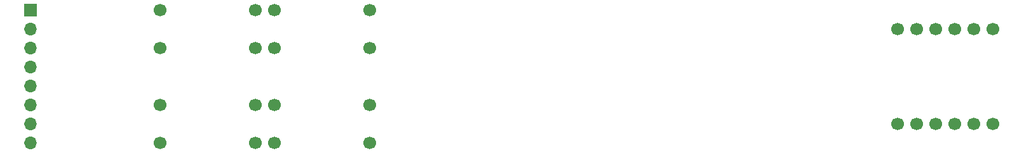
<source format=gbr>
%TF.GenerationSoftware,KiCad,Pcbnew,(6.0.9)*%
%TF.CreationDate,2023-11-02T17:09:57-06:00*%
%TF.ProjectId,MagicWand_Motherboard,4d616769-6357-4616-9e64-5f4d6f746865,rev?*%
%TF.SameCoordinates,Original*%
%TF.FileFunction,Soldermask,Top*%
%TF.FilePolarity,Negative*%
%FSLAX46Y46*%
G04 Gerber Fmt 4.6, Leading zero omitted, Abs format (unit mm)*
G04 Created by KiCad (PCBNEW (6.0.9)) date 2023-11-02 17:09:57*
%MOMM*%
%LPD*%
G01*
G04 APERTURE LIST*
%ADD10C,1.700000*%
%ADD11R,1.700000X1.700000*%
%ADD12O,1.700000X1.700000*%
G04 APERTURE END LIST*
D10*
%TO.C,SW2*%
X139954000Y-96012000D03*
X152654000Y-96012000D03*
X139954000Y-90932000D03*
X152654000Y-90932000D03*
%TD*%
%TO.C,SW3*%
X137414000Y-78232000D03*
X124714000Y-78232000D03*
X124714000Y-83312000D03*
X137414000Y-83312000D03*
%TD*%
%TO.C,SW1*%
X139954000Y-78232000D03*
X152654000Y-78232000D03*
X139954000Y-83312000D03*
X152654000Y-83312000D03*
%TD*%
%TO.C,SW4*%
X124714000Y-90932000D03*
X137414000Y-90932000D03*
X137414000Y-96012000D03*
X124714000Y-96012000D03*
%TD*%
%TO.C,U1*%
X235712000Y-93472000D03*
X233172000Y-93472000D03*
X230632000Y-93472000D03*
X228092000Y-93472000D03*
X225552000Y-93472000D03*
X223012000Y-93472000D03*
X223012000Y-80772000D03*
X225552000Y-80772000D03*
X228092000Y-80772000D03*
X230632000Y-80772000D03*
X233172000Y-80772000D03*
X235712000Y-80772000D03*
%TD*%
D11*
%TO.C,J1*%
X107442000Y-78247000D03*
D12*
X107442000Y-80787000D03*
X107442000Y-83327000D03*
X107442000Y-85867000D03*
X107442000Y-88407000D03*
X107442000Y-90947000D03*
X107442000Y-93487000D03*
X107442000Y-96027000D03*
%TD*%
M02*

</source>
